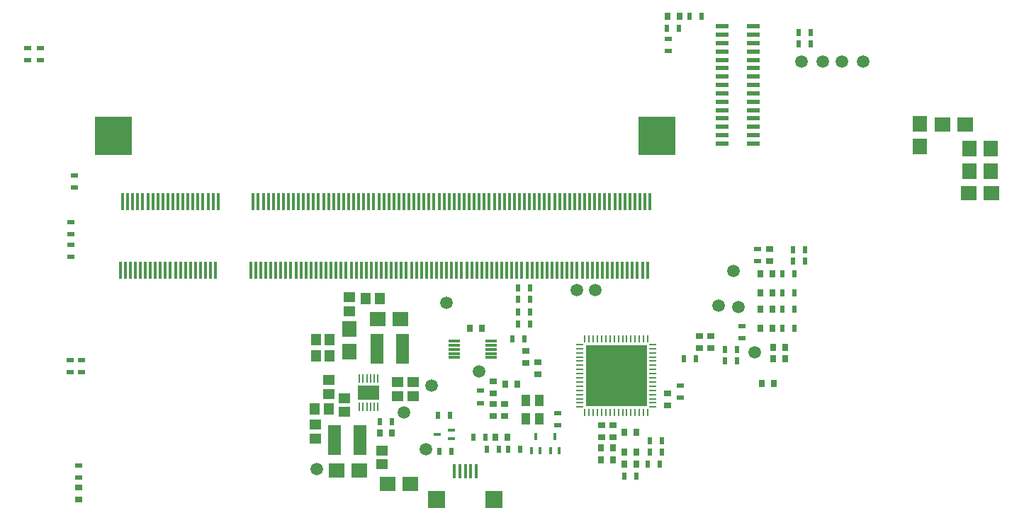
<source format=gtp>
G04 Layer_Color=8421504*
%FSAX25Y25*%
%MOIN*%
G70*
G01*
G75*
%ADD10R,0.07874X0.07874*%
%ADD11R,0.01575X0.06890*%
%ADD12R,0.02362X0.03347*%
%ADD13R,0.05512X0.04921*%
%ADD14R,0.02559X0.03543*%
%ADD15R,0.04921X0.05512*%
%ADD16R,0.07087X0.07480*%
%ADD17R,0.07480X0.07087*%
%ADD18R,0.03543X0.02559*%
%ADD19R,0.01378X0.07874*%
%ADD20R,0.17716X0.18110*%
%ADD21R,0.06496X0.02362*%
%ADD22R,0.05906X0.14173*%
%ADD23R,0.03622X0.02441*%
%ADD24R,0.01575X0.03347*%
%ADD25R,0.03347X0.01575*%
%ADD26R,0.03347X0.02362*%
%ADD27C,0.05906*%
%ADD28R,0.00984X0.03740*%
%ADD29R,0.03740X0.00984*%
%ADD30R,0.28740X0.28740*%
%ADD31R,0.05315X0.01181*%
%ADD32R,0.04331X0.05512*%
%ADD33R,0.00984X0.03937*%
%ADD34R,0.09843X0.06693*%
%ADD35R,0.02441X0.03622*%
D10*
X0809886Y0112311D02*
D03*
X0782917D02*
D03*
D11*
X0791382Y0125500D02*
D03*
X0793941D02*
D03*
X0801618D02*
D03*
X0799059D02*
D03*
X0796500D02*
D03*
D12*
X0901896Y0340000D02*
D03*
X0907604D02*
D03*
X0887854Y0129000D02*
D03*
X0882146D02*
D03*
X0888854Y0134500D02*
D03*
X0883146D02*
D03*
X0888854Y0140000D02*
D03*
X0883146D02*
D03*
X0761854Y0149000D02*
D03*
X0756146D02*
D03*
X0800146Y0141500D02*
D03*
X0805854D02*
D03*
X0822354Y0136000D02*
D03*
X0816646D02*
D03*
X0806500D02*
D03*
X0812209D02*
D03*
X0891396Y0334250D02*
D03*
X0897104D02*
D03*
X0821146Y0212000D02*
D03*
X0826854D02*
D03*
X0821146Y0206500D02*
D03*
X0826854D02*
D03*
X0821146Y0195000D02*
D03*
X0826854D02*
D03*
X0821146Y0200500D02*
D03*
X0826854D02*
D03*
X0953396Y0332250D02*
D03*
X0959104D02*
D03*
X0953396Y0326750D02*
D03*
X0959104D02*
D03*
X0918646Y0177500D02*
D03*
X0924354D02*
D03*
X0918646Y0183000D02*
D03*
X0924354D02*
D03*
X0951354Y0209500D02*
D03*
X0945646D02*
D03*
X0951354Y0218500D02*
D03*
X0945646D02*
D03*
X0951354Y0193000D02*
D03*
X0945646D02*
D03*
X0951354Y0202000D02*
D03*
X0945646D02*
D03*
X0956354Y0230000D02*
D03*
X0950646D02*
D03*
Y0224500D02*
D03*
X0956354D02*
D03*
X0818646Y0188000D02*
D03*
X0824354D02*
D03*
X0899146Y0178500D02*
D03*
X0904854D02*
D03*
X0789354Y0152000D02*
D03*
X0783646D02*
D03*
X0784146Y0135000D02*
D03*
X0789854D02*
D03*
D13*
X0742000Y0207498D02*
D03*
Y0201002D02*
D03*
X0764500Y0161002D02*
D03*
Y0167498D02*
D03*
X0757250Y0135248D02*
D03*
Y0128752D02*
D03*
X0772000Y0161002D02*
D03*
Y0167498D02*
D03*
X0739750Y0153502D02*
D03*
Y0159998D02*
D03*
X0732250Y0162002D02*
D03*
Y0168498D02*
D03*
X0726000Y0141002D02*
D03*
Y0147498D02*
D03*
D14*
X0756146Y0143500D02*
D03*
X0761854D02*
D03*
X0897354Y0340000D02*
D03*
X0891646D02*
D03*
X0935146Y0209500D02*
D03*
X0940854D02*
D03*
X0935146Y0218500D02*
D03*
X0940854D02*
D03*
X0935146Y0193000D02*
D03*
X0940854D02*
D03*
X0946854Y0178500D02*
D03*
X0941146D02*
D03*
X0946854Y0184000D02*
D03*
X0941146D02*
D03*
X0871146Y0129000D02*
D03*
X0876854D02*
D03*
X0871146Y0134500D02*
D03*
X0876854D02*
D03*
X0871146Y0144000D02*
D03*
X0876854D02*
D03*
X0865854Y0131000D02*
D03*
X0860146D02*
D03*
X0865854Y0136500D02*
D03*
X0860146D02*
D03*
X0820854Y0166500D02*
D03*
X0815146D02*
D03*
X0804354Y0193000D02*
D03*
X0798646D02*
D03*
X0936000Y0167000D02*
D03*
X0941709D02*
D03*
X0816354Y0141500D02*
D03*
X0810646D02*
D03*
X0935146Y0202000D02*
D03*
X0940854D02*
D03*
D15*
X0749752Y0207000D02*
D03*
X0756248D02*
D03*
X0732248Y0154750D02*
D03*
X0725752D02*
D03*
X0732748Y0180000D02*
D03*
X0726252D02*
D03*
Y0187500D02*
D03*
X0732748D02*
D03*
D16*
X1010250Y0289065D02*
D03*
Y0278435D02*
D03*
X1033750Y0266750D02*
D03*
Y0277380D02*
D03*
X1043500Y0266750D02*
D03*
Y0277380D02*
D03*
X0742000Y0192565D02*
D03*
Y0181935D02*
D03*
D17*
X1020935Y0289000D02*
D03*
X1031565D02*
D03*
X0759935Y0119500D02*
D03*
X0770565D02*
D03*
X0746565Y0126000D02*
D03*
X0735935D02*
D03*
X0755435Y0197250D02*
D03*
X0766065D02*
D03*
X1033435Y0256565D02*
D03*
X1044065D02*
D03*
D18*
X0939500Y0224646D02*
D03*
Y0230354D02*
D03*
X0891500Y0162209D02*
D03*
Y0156500D02*
D03*
X0912000Y0183646D02*
D03*
Y0189354D02*
D03*
X0906500Y0183646D02*
D03*
Y0189354D02*
D03*
X0866000Y0147354D02*
D03*
Y0141646D02*
D03*
X0860500Y0147354D02*
D03*
Y0141646D02*
D03*
X0830500Y0171146D02*
D03*
Y0176854D02*
D03*
X0825000Y0176646D02*
D03*
Y0182354D02*
D03*
X0815000Y0151646D02*
D03*
Y0157354D02*
D03*
X0809500Y0151646D02*
D03*
Y0157354D02*
D03*
Y0167854D02*
D03*
Y0162146D02*
D03*
X0614500Y0112146D02*
D03*
Y0117854D02*
D03*
D19*
X0827823Y0220216D02*
D03*
X0830185D02*
D03*
X0841996D02*
D03*
X0844358D02*
D03*
X0634122D02*
D03*
X0636484D02*
D03*
X0638846D02*
D03*
X0641209D02*
D03*
X0643571D02*
D03*
X0645933D02*
D03*
X0648295D02*
D03*
X0650658D02*
D03*
X0653020D02*
D03*
X0655382D02*
D03*
X0657744D02*
D03*
X0660106D02*
D03*
X0662468D02*
D03*
X0664831D02*
D03*
X0667193D02*
D03*
X0669555D02*
D03*
X0671917D02*
D03*
X0674279D02*
D03*
X0676642D02*
D03*
X0679004D02*
D03*
X0635303Y0252500D02*
D03*
X0637665D02*
D03*
X0640028D02*
D03*
X0642390D02*
D03*
X0644752D02*
D03*
X0647114D02*
D03*
X0649476D02*
D03*
X0651839D02*
D03*
X0654201D02*
D03*
X0656563D02*
D03*
X0658925D02*
D03*
X0661287D02*
D03*
X0663650D02*
D03*
X0666012D02*
D03*
X0668374D02*
D03*
X0670736D02*
D03*
X0673098D02*
D03*
X0675461D02*
D03*
X0677823D02*
D03*
X0680185D02*
D03*
X0695539Y0220216D02*
D03*
X0697902D02*
D03*
X0700264D02*
D03*
X0702626D02*
D03*
X0704988D02*
D03*
X0707350D02*
D03*
X0709713D02*
D03*
X0712075D02*
D03*
X0714437D02*
D03*
X0716799D02*
D03*
X0719161D02*
D03*
X0721524D02*
D03*
X0723886D02*
D03*
X0726248D02*
D03*
X0728610D02*
D03*
X0730972D02*
D03*
X0733335D02*
D03*
X0735697D02*
D03*
X0738059D02*
D03*
X0740421D02*
D03*
X0742783D02*
D03*
X0745146D02*
D03*
X0747508D02*
D03*
X0749870D02*
D03*
X0752232D02*
D03*
X0754595D02*
D03*
X0756957D02*
D03*
X0759319D02*
D03*
X0761681D02*
D03*
X0764043D02*
D03*
X0766405D02*
D03*
X0768768D02*
D03*
X0771130D02*
D03*
X0773492D02*
D03*
X0775854D02*
D03*
X0778217D02*
D03*
X0780579D02*
D03*
X0782941D02*
D03*
X0785303D02*
D03*
X0787665D02*
D03*
X0790028D02*
D03*
X0792390D02*
D03*
X0794752D02*
D03*
X0797114D02*
D03*
X0799476D02*
D03*
X0801839D02*
D03*
X0804201D02*
D03*
X0806563D02*
D03*
X0808925D02*
D03*
X0811287D02*
D03*
X0813650D02*
D03*
X0816012D02*
D03*
X0818374D02*
D03*
X0820736D02*
D03*
X0823098D02*
D03*
X0825461D02*
D03*
X0832547D02*
D03*
X0834909D02*
D03*
X0837272D02*
D03*
X0839634D02*
D03*
X0846721D02*
D03*
X0849083D02*
D03*
X0851445D02*
D03*
X0853807D02*
D03*
X0856169D02*
D03*
X0858531D02*
D03*
X0860894D02*
D03*
X0863256D02*
D03*
X0865618D02*
D03*
X0867980D02*
D03*
X0870343D02*
D03*
X0872705D02*
D03*
X0875067D02*
D03*
X0877429D02*
D03*
X0879791D02*
D03*
X0882154D02*
D03*
X0696721Y0252500D02*
D03*
X0699083D02*
D03*
X0701445D02*
D03*
X0703807D02*
D03*
X0706169D02*
D03*
X0708532D02*
D03*
X0710894D02*
D03*
X0713256D02*
D03*
X0715618D02*
D03*
X0717980D02*
D03*
X0720342D02*
D03*
X0722705D02*
D03*
X0725067D02*
D03*
X0727429D02*
D03*
X0729791D02*
D03*
X0732154D02*
D03*
X0734516D02*
D03*
X0736878D02*
D03*
X0739240D02*
D03*
X0741602D02*
D03*
X0743965D02*
D03*
X0746327D02*
D03*
X0748689D02*
D03*
X0751051D02*
D03*
X0753413D02*
D03*
X0755776D02*
D03*
X0758138D02*
D03*
X0760500D02*
D03*
X0762862D02*
D03*
X0765224D02*
D03*
X0767587D02*
D03*
X0769949D02*
D03*
X0772311D02*
D03*
X0774673D02*
D03*
X0777035D02*
D03*
X0779398D02*
D03*
X0781760D02*
D03*
X0784122D02*
D03*
X0786484D02*
D03*
X0788846D02*
D03*
X0791209D02*
D03*
X0793571D02*
D03*
X0795933D02*
D03*
X0798295D02*
D03*
X0800657D02*
D03*
X0803020D02*
D03*
X0805382D02*
D03*
X0807744D02*
D03*
X0810106D02*
D03*
X0812469D02*
D03*
X0814831D02*
D03*
X0817193D02*
D03*
X0819555D02*
D03*
X0821917D02*
D03*
X0824279D02*
D03*
X0826642D02*
D03*
X0829004D02*
D03*
X0831366D02*
D03*
X0833728D02*
D03*
X0836091D02*
D03*
X0838453D02*
D03*
X0840815D02*
D03*
X0843177D02*
D03*
X0845539D02*
D03*
X0847902D02*
D03*
X0850264D02*
D03*
X0852626D02*
D03*
X0854988D02*
D03*
X0857350D02*
D03*
X0859713D02*
D03*
X0862075D02*
D03*
X0864437D02*
D03*
X0866799D02*
D03*
X0869161D02*
D03*
X0871524D02*
D03*
X0873886D02*
D03*
X0876248D02*
D03*
X0878610D02*
D03*
X0880972D02*
D03*
X0883335D02*
D03*
D20*
X0630972Y0283602D02*
D03*
X0886484D02*
D03*
D21*
X0932000Y0307500D02*
D03*
Y0311437D02*
D03*
Y0279941D02*
D03*
Y0283878D02*
D03*
Y0287815D02*
D03*
Y0291752D02*
D03*
Y0295689D02*
D03*
Y0299626D02*
D03*
Y0303563D02*
D03*
Y0315374D02*
D03*
Y0319311D02*
D03*
Y0323248D02*
D03*
Y0327185D02*
D03*
Y0331122D02*
D03*
Y0335059D02*
D03*
X0917335D02*
D03*
Y0331122D02*
D03*
Y0327185D02*
D03*
Y0323248D02*
D03*
Y0319311D02*
D03*
Y0315374D02*
D03*
Y0311437D02*
D03*
Y0307500D02*
D03*
Y0303563D02*
D03*
Y0299626D02*
D03*
Y0295689D02*
D03*
Y0291752D02*
D03*
Y0287815D02*
D03*
Y0283878D02*
D03*
Y0279941D02*
D03*
D22*
X0734996Y0140250D02*
D03*
X0747004D02*
D03*
X0767004Y0183250D02*
D03*
X0754996D02*
D03*
D23*
X0803500Y0157567D02*
D03*
Y0163433D02*
D03*
D24*
X0829500Y0141847D02*
D03*
X0831468Y0135153D02*
D03*
X0827532D02*
D03*
X0838500Y0141847D02*
D03*
X0840469Y0135153D02*
D03*
X0836532D02*
D03*
D25*
X0783153Y0143000D02*
D03*
X0789847Y0144968D02*
D03*
Y0141032D02*
D03*
D26*
X0614500Y0128354D02*
D03*
Y0122646D02*
D03*
X0611000Y0242854D02*
D03*
Y0237146D02*
D03*
Y0226646D02*
D03*
Y0232354D02*
D03*
X0590750Y0324854D02*
D03*
Y0319146D02*
D03*
X0596500Y0324854D02*
D03*
Y0319146D02*
D03*
X0892000Y0329104D02*
D03*
Y0323396D02*
D03*
X0612500Y0259146D02*
D03*
Y0264854D02*
D03*
X0616000Y0177854D02*
D03*
Y0172146D02*
D03*
X0610500D02*
D03*
Y0177854D02*
D03*
X0934000Y0224646D02*
D03*
Y0230354D02*
D03*
X0926500Y0188146D02*
D03*
Y0193854D02*
D03*
X0840000Y0147146D02*
D03*
Y0152854D02*
D03*
X0897500Y0160146D02*
D03*
Y0165854D02*
D03*
D27*
X0726750Y0126500D02*
D03*
X0787750Y0205000D02*
D03*
X0983500Y0318500D02*
D03*
X0964500D02*
D03*
X0954750D02*
D03*
X0767750Y0153250D02*
D03*
X0973500Y0318500D02*
D03*
X0857500Y0211000D02*
D03*
X0849000D02*
D03*
X0922500Y0220000D02*
D03*
X0915500Y0203500D02*
D03*
X0925000Y0203000D02*
D03*
X0932500Y0181500D02*
D03*
X0803000Y0172500D02*
D03*
X0778000Y0136000D02*
D03*
X0780500Y0166000D02*
D03*
D28*
X0852736Y0153276D02*
D03*
X0854705D02*
D03*
X0856673D02*
D03*
X0858642D02*
D03*
X0860610D02*
D03*
X0862579D02*
D03*
X0864547D02*
D03*
X0866516D02*
D03*
X0868484D02*
D03*
X0870453D02*
D03*
X0872421D02*
D03*
X0874390D02*
D03*
X0876358D02*
D03*
X0878327D02*
D03*
X0880295D02*
D03*
X0882264D02*
D03*
Y0187724D02*
D03*
X0880295D02*
D03*
X0878327D02*
D03*
X0876358D02*
D03*
X0874390D02*
D03*
X0872421D02*
D03*
X0870453D02*
D03*
X0868484D02*
D03*
X0866516D02*
D03*
X0864547D02*
D03*
X0862579D02*
D03*
X0860610D02*
D03*
X0858642D02*
D03*
X0856673D02*
D03*
X0854705D02*
D03*
X0852736D02*
D03*
D29*
X0884724Y0155736D02*
D03*
Y0157705D02*
D03*
Y0159673D02*
D03*
Y0161642D02*
D03*
Y0163610D02*
D03*
Y0165579D02*
D03*
Y0167547D02*
D03*
Y0169516D02*
D03*
Y0171484D02*
D03*
Y0173453D02*
D03*
Y0175421D02*
D03*
Y0177390D02*
D03*
Y0179358D02*
D03*
Y0181327D02*
D03*
Y0183295D02*
D03*
Y0185264D02*
D03*
X0850276D02*
D03*
Y0183295D02*
D03*
Y0181327D02*
D03*
Y0179358D02*
D03*
Y0177390D02*
D03*
Y0175421D02*
D03*
Y0173453D02*
D03*
Y0171484D02*
D03*
Y0169516D02*
D03*
Y0163610D02*
D03*
Y0161642D02*
D03*
Y0159673D02*
D03*
Y0157705D02*
D03*
Y0155736D02*
D03*
Y0167547D02*
D03*
Y0165579D02*
D03*
D30*
X0867500Y0170500D02*
D03*
D31*
X0791240Y0179063D02*
D03*
Y0181032D02*
D03*
Y0186937D02*
D03*
Y0184968D02*
D03*
Y0183000D02*
D03*
X0808760Y0186937D02*
D03*
Y0184968D02*
D03*
Y0183000D02*
D03*
Y0181032D02*
D03*
Y0179063D02*
D03*
D32*
X0831150Y0158831D02*
D03*
X0824850Y0150169D02*
D03*
X0831150D02*
D03*
X0824850Y0158831D02*
D03*
D33*
X0755429Y0169193D02*
D03*
X0753657D02*
D03*
X0751886D02*
D03*
X0750114D02*
D03*
X0746571D02*
D03*
Y0155807D02*
D03*
X0748343Y0169193D02*
D03*
Y0155807D02*
D03*
X0750114D02*
D03*
X0751886D02*
D03*
X0753657D02*
D03*
X0755429D02*
D03*
D34*
X0751000Y0162500D02*
D03*
D35*
X0877000Y0123250D02*
D03*
X0871134D02*
D03*
M02*

</source>
